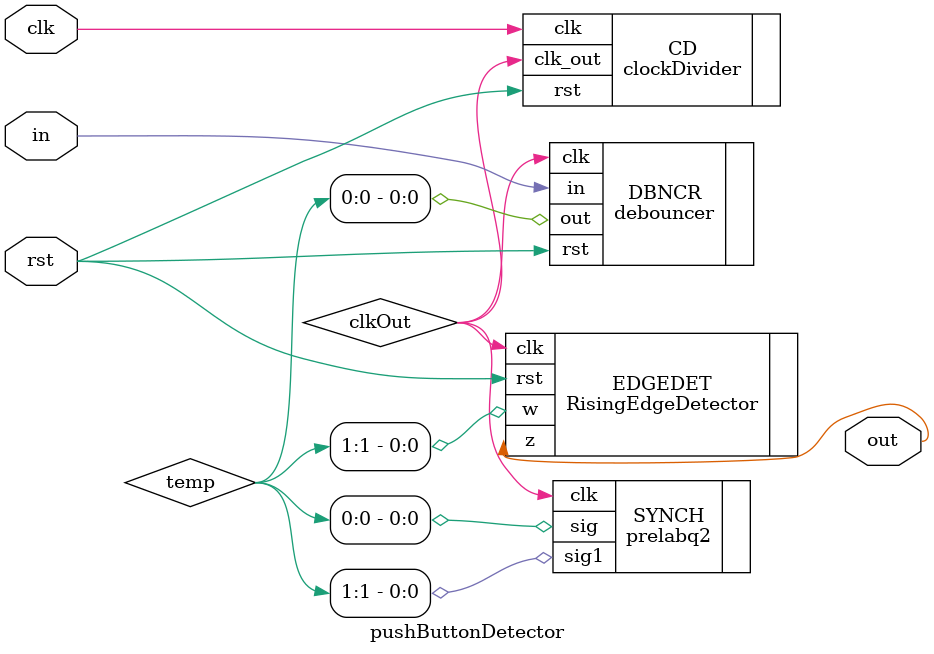
<source format=v>
`timescale 1ns / 1ps


module pushButtonDetector(
input clk, rst, in, output out
    );
    wire [1:0] temp;
    wire clkOut;
    
    clockDivider #(250000) CD (.clk(clk), .rst(rst), .clk_out(clkOut));
    
    debouncer DBNCR (.clk(clkOut), .rst(rst), .in(in),.out(temp[0]));
    
    prelabq2 SYNCH (.clk(clkOut), .sig(temp[0]), .sig1(temp[1]));
    
    RisingEdgeDetector EDGEDET (.clk(clkOut), .rst(rst), .w(temp[1]), .z(out));
    
endmodule

</source>
